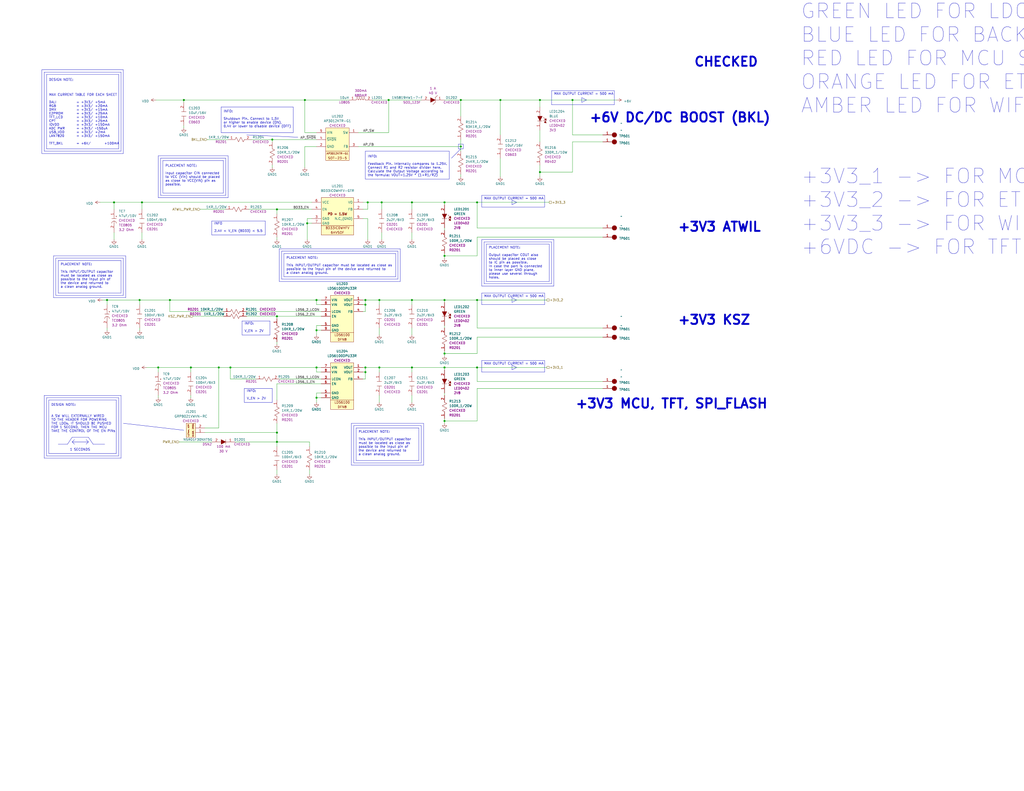
<source format=kicad_sch>
(kicad_sch (version 20230121) (generator eeschema)
  (paper "C")
  (title_block (title "SparkleSplashy") (date "2023-04-25") (rev "01") (company "Siavash Taher Parvar") (comment 1 "Siavash Taher Parvar") (comment 2 "Siavash Taher Parvar") (comment 3 "Siavash Taher Parvar") (comment 4 "_BOM_SpSp_V1.xlsx") (comment 5 "_ASM_SpSp_V1.html") (comment 6 "_GERBER_JLCPCB042023.zip") (comment 8 "No Variant") (comment 9 "N/A"))
  (junction (at 167.64 121.92))
  (junction (at 86.36 200.66))
  (junction (at 76.2 163.83))
  (junction (at 242.57 229.87))
  (junction (at 242.57 110.49))
  (junction (at 242.57 193.04))
  (junction (at 207.01 200.66))
  (junction (at 172.72 200.66))
  (junction (at 242.57 139.7))
  (junction (at 224.79 200.66))
  (junction (at 172.72 217.17))
  (junction (at 58.42 163.83))
  (junction (at 260.35 163.83))
  (junction (at 199.39 203.2))
  (junction (at 119.38 200.66))
  (junction (at 172.72 163.83))
  (junction (at 199.39 166.37))
  (junction (at 104.14 200.66))
  (junction (at 208.28 110.49))
  (junction (at 200.66 110.49))
  (junction (at 260.35 110.49))
  (junction (at 242.57 200.66))
  (junction (at 125.73 200.66))
  (junction (at 166.37 54.61))
  (junction (at 251.46 54.61))
  (junction (at 312.42 54.61))
  (junction (at 294.64 54.61))
  (junction (at 273.05 54.61))
  (junction (at 151.13 236.22))
  (junction (at 224.79 110.49))
  (junction (at 224.79 163.83))
  (junction (at 100.33 54.61))
  (junction (at 92.71 163.83))
  (junction (at 242.57 163.83))
  (junction (at 294.64 93.98))
  (junction (at 199.39 163.83))
  (junction (at 199.39 200.66))
  (junction (at 212.09 54.61))
  (junction (at 251.46 80.01))
  (junction (at 172.72 180.34))
  (junction (at 77.47 110.49))
  (junction (at 148.59 76.2))
  (junction (at 260.35 200.66))
  (junction (at 62.23 110.49))
  (junction (at 151.13 172.72))
  (junction (at 207.01 163.83))
  (junction (at 151.13 114.3))
  (junction (at 151.13 241.3))
  (polyline (pts (xy 252.73 81.28) (xy 250.19 81.28)))
  (wire (pts (xy 105.41 172.72) (xy 121.92 172.72)))
  (wire (pts (xy 195.58 72.39) (xy 212.09 72.39)))
  (wire (pts (xy 151.13 256.54) (xy 151.13 259.08)))
  (polyline (pts (xy 297.18 166.37) (xy 262.89 166.37)))
  (wire (pts (xy 224.79 200.66) (xy 224.79 203.2)))
  (polyline (pts (xy 64.77 81.28) (xy 25.4 81.28)))
  (polyline (pts (xy 160.02 72.39) (xy 120.65 72.39)))
  (polyline (pts (xy 335.28 57.15) (xy 300.99 57.15)))
  (polyline (pts (xy 262.89 160.02) (xy 262.89 166.37)))
  (wire (pts (xy 148.59 90.17) (xy 148.59 91.44)))
  (wire (pts (xy 251.46 96.52) (xy 251.46 95.25)))
  (wire (pts (xy 151.13 241.3) (xy 151.13 243.84)))
  (wire (pts (xy 134.62 170.18) (xy 175.26 170.18)))
  (polyline (pts (xy 160.02 58.42) (xy 160.02 72.39)))
  (polyline (pts (xy 64.77 217.17) (xy 64.77 248.92)))
  (wire (pts (xy 207.01 182.88) (xy 207.01 179.07)))
  (wire (pts (xy 224.79 110.49) (xy 242.57 110.49)))
  (wire (pts (xy 260.35 139.7) (xy 242.57 139.7)))
  (wire (pts (xy 151.13 209.55) (xy 175.26 209.55)))
  (wire (pts (xy 224.79 127) (xy 224.79 130.81)))
  (polyline (pts (xy 39.37 241.3) (xy 48.26 241.3)))
  (wire (pts (xy 166.37 72.39) (xy 172.72 72.39)))
  (wire (pts (xy 224.79 200.66) (xy 242.57 200.66)))
  (wire (pts (xy 54.61 110.49) (xy 62.23 110.49)))
  (polyline (pts (xy 152.4 135.89) (xy 218.44 135.89)))
  (wire (pts (xy 166.37 54.61) (xy 190.5 54.61)))
  (wire (pts (xy 168.91 243.84) (xy 168.91 241.3)))
  (wire (pts (xy 77.47 110.49) (xy 77.47 114.3)))
  (polyline (pts (xy 262.89 196.85) (xy 262.89 203.2)))
  (wire (pts (xy 198.12 110.49) (xy 200.66 110.49)))
  (wire (pts (xy 242.57 110.49) (xy 242.57 111.76)))
  (polyline (pts (xy 199.39 82.55) (xy 199.39 97.79)))
  (polyline (pts (xy 24.13 39.37) (xy 66.04 39.37)))
  (wire (pts (xy 199.39 200.66) (xy 198.12 200.66)))
  (wire (pts (xy 260.35 212.09) (xy 260.35 229.87)))
  (wire (pts (xy 128.27 241.3) (xy 151.13 241.3)))
  (polyline (pts (xy 191.77 231.14) (xy 191.77 254)))
  (polyline (pts (xy 68.58 139.7) (xy 68.58 162.56)))
  (wire (pts (xy 151.13 209.55) (xy 151.13 218.44)))
  (polyline (pts (xy 48.26 238.76) (xy 50.8 242.57)))
  (polyline (pts (xy 87.63 86.36) (xy 87.63 106.68)))
  (wire (pts (xy 242.57 177.8) (xy 242.57 179.07)))
  (wire (pts (xy 312.42 93.98) (xy 294.64 93.98)))
  (polyline (pts (xy 215.9 151.13) (xy 154.94 151.13)))
  (polyline (pts (xy 300.99 49.53) (xy 335.28 49.53)))
  (polyline (pts (xy 133.35 212.09) (xy 133.35 219.71)))
  (wire (pts (xy 172.72 200.66) (xy 175.26 200.66)))
  (polyline (pts (xy 67.31 83.82) (xy 22.86 83.82)))
  (polyline (pts (xy 299.72 133.35) (xy 299.72 153.67)))
  (wire (pts (xy 86.36 200.66) (xy 104.14 200.66)))
  (polyline (pts (xy 24.13 215.9) (xy 24.13 250.19)))
  (polyline (pts (xy 250.19 78.74) (xy 252.73 78.74)))
  (polyline (pts (xy 31.75 142.24) (xy 31.75 160.02)))
  (wire (pts (xy 172.72 80.01) (xy 166.37 80.01)))
  (wire (pts (xy 62.23 110.49) (xy 77.47 110.49)))
  (polyline (pts (xy 147.32 175.26) (xy 147.32 182.88)))
  (wire (pts (xy 152.4 207.01) (xy 175.26 207.01)))
  (polyline (pts (xy 152.4 135.89) (xy 152.4 153.67)))
  (polyline (pts (xy 279.4 201.93) (xy 281.94 200.66)))
  (polyline (pts (xy 87.63 86.36) (xy 123.19 86.36)))
  (wire (pts (xy 328.93 77.47) (xy 312.42 77.47)))
  (polyline (pts (xy 229.87 232.41) (xy 229.87 252.73)))
  (wire (pts (xy 207.01 163.83) (xy 199.39 163.83)))
  (wire (pts (xy 328.93 124.46) (xy 260.35 124.46)))
  (wire (pts (xy 148.59 76.2) (xy 172.72 76.2)))
  (wire (pts (xy 148.59 76.2) (xy 148.59 77.47)))
  (polyline (pts (xy 317.5 55.88) (xy 320.04 54.61)))
  (wire (pts (xy 328.93 179.07) (xy 260.35 179.07)))
  (wire (pts (xy 119.38 200.66) (xy 119.38 233.68)))
  (wire (pts (xy 121.92 170.18) (xy 92.71 170.18)))
  (wire (pts (xy 151.13 172.72) (xy 151.13 173.99)))
  (polyline (pts (xy 26.67 218.44) (xy 26.67 247.65)))
  (wire (pts (xy 198.12 166.37) (xy 199.39 166.37)))
  (wire (pts (xy 224.79 163.83) (xy 224.79 166.37)))
  (wire (pts (xy 251.46 76.2) (xy 251.46 80.01)))
  (polyline (pts (xy 123.19 106.68) (xy 87.63 106.68)))
  (polyline (pts (xy 86.36 107.95) (xy 124.46 107.95)))
  (polyline (pts (xy 279.4 199.39) (xy 281.94 200.66)))
  (polyline (pts (xy 246.38 86.36) (xy 251.46 81.28)))
  (wire (pts (xy 151.13 116.84) (xy 151.13 114.3)))
  (polyline (pts (xy 133.35 212.09) (xy 148.59 212.09)))
  (wire (pts (xy 294.64 54.61) (xy 294.64 58.42)))
  (wire (pts (xy 207.01 200.66) (xy 207.01 203.2)))
  (wire (pts (xy 260.35 129.54) (xy 260.35 139.7)))
  (wire (pts (xy 62.23 110.49) (xy 62.23 114.3)))
  (polyline (pts (xy 297.18 203.2) (xy 262.89 203.2)))
  (wire (pts (xy 113.03 76.2) (xy 124.46 76.2)))
  (wire (pts (xy 242.57 163.83) (xy 260.35 163.83)))
  (polyline (pts (xy 29.21 139.7) (xy 29.21 162.56)))
  (wire (pts (xy 119.38 200.66) (xy 125.73 200.66)))
  (wire (pts (xy 328.93 208.28) (xy 260.35 208.28)))
  (polyline (pts (xy 64.77 248.92) (xy 25.4 248.92)))
  (wire (pts (xy 100.33 69.85) (xy 100.33 68.58)))
  (wire (pts (xy 224.79 114.3) (xy 224.79 110.49)))
  (polyline (pts (xy 279.4 109.22) (xy 279.4 111.76)))
  (wire (pts (xy 76.2 163.83) (xy 92.71 163.83)))
  (wire (pts (xy 166.37 54.61) (xy 166.37 72.39)))
  (polyline (pts (xy 162.56 74.93) (xy 134.62 73.66)))
  (wire (pts (xy 76.2 180.34) (xy 76.2 179.07)))
  (wire (pts (xy 167.64 119.38) (xy 170.18 119.38)))
  (polyline (pts (xy 148.59 212.09) (xy 148.59 219.71)))
  (polyline (pts (xy 147.32 182.88) (xy 132.08 182.88)))
  (wire (pts (xy 139.7 207.01) (xy 125.73 207.01)))
  (wire (pts (xy 172.72 166.37) (xy 175.26 166.37)))
  (wire (pts (xy 58.42 163.83) (xy 76.2 163.83)))
  (wire (pts (xy 251.46 80.01) (xy 251.46 82.55)))
  (wire (pts (xy 151.13 114.3) (xy 170.18 114.3)))
  (wire (pts (xy 58.42 163.83) (xy 58.42 166.37)))
  (polyline (pts (xy 265.43 133.35) (xy 299.72 133.35)))
  (wire (pts (xy 260.35 193.04) (xy 242.57 193.04)))
  (wire (pts (xy 199.39 163.83) (xy 198.12 163.83)))
  (wire (pts (xy 198.12 207.01) (xy 199.39 207.01)))
  (wire (pts (xy 172.72 219.71) (xy 172.72 217.17)))
  (wire (pts (xy 134.62 172.72) (xy 151.13 172.72)))
  (polyline (pts (xy 29.21 139.7) (xy 68.58 139.7)))
  (wire (pts (xy 172.72 203.2) (xy 175.26 203.2)))
  (wire (pts (xy 172.72 180.34) (xy 175.26 180.34)))
  (wire (pts (xy 212.09 54.61) (xy 212.09 72.39)))
  (polyline (pts (xy 262.89 106.68) (xy 262.89 113.03)))
  (wire (pts (xy 92.71 170.18) (xy 92.71 163.83)))
  (wire (pts (xy 208.28 127) (xy 208.28 130.81)))
  (polyline (pts (xy 31.75 242.57) (xy 36.83 242.57)))
  (polyline (pts (xy 29.21 162.56) (xy 68.58 162.56)))
  (wire (pts (xy 224.79 182.88) (xy 224.79 179.07)))
  (polyline (pts (xy 46.99 240.03) (xy 48.26 241.3)))
  (polyline (pts (xy 228.6 251.46) (xy 194.31 251.46)))
  (wire (pts (xy 198.12 119.38) (xy 200.66 119.38)))
  (wire (pts (xy 224.79 219.71) (xy 224.79 215.9)))
  (polyline (pts (xy 86.36 85.09) (xy 124.46 85.09)))
  (polyline (pts (xy 217.17 137.16) (xy 217.17 152.4)))
  (polyline (pts (xy 300.99 154.94) (xy 264.16 154.94)))
  (polyline (pts (xy 121.92 105.41) (xy 88.9 105.41)))
  (wire (pts (xy 151.13 172.72) (xy 175.26 172.72)))
  (wire (pts (xy 76.2 166.37) (xy 76.2 163.83)))
  (wire (pts (xy 328.93 129.54) (xy 260.35 129.54)))
  (polyline (pts (xy 31.75 142.24) (xy 66.04 142.24)))
  (polyline (pts (xy 22.86 38.1) (xy 22.86 83.82)))
  (polyline (pts (xy 262.89 130.81) (xy 262.89 156.21)))
  (wire (pts (xy 175.26 177.8) (xy 172.72 177.8)))
  (wire (pts (xy 242.57 229.87) (xy 242.57 228.6)))
  (polyline (pts (xy 317.5 53.34) (xy 320.04 54.61)))
  (polyline (pts (xy 154.94 138.43) (xy 154.94 151.13)))
  (wire (pts (xy 199.39 170.18) (xy 199.39 166.37)))
  (wire (pts (xy 125.73 207.01) (xy 125.73 200.66)))
  (wire (pts (xy 55.88 163.83) (xy 58.42 163.83)))
  (wire (pts (xy 151.13 187.96) (xy 151.13 186.69)))
  (polyline (pts (xy 279.4 162.56) (xy 279.4 165.1)))
  (wire (pts (xy 97.79 241.3) (xy 115.57 241.3)))
  (polyline (pts (xy 67.31 161.29) (xy 30.48 161.29)))
  (wire (pts (xy 242.57 139.7) (xy 242.57 138.43)))
  (polyline (pts (xy 199.39 82.55) (xy 245.11 82.55)))
  (wire (pts (xy 208.28 110.49) (xy 208.28 114.3)))
  (wire (pts (xy 251.46 54.61) (xy 251.46 63.5)))
  (polyline (pts (xy 132.08 175.26) (xy 147.32 175.26)))
  (wire (pts (xy 119.38 233.68) (xy 111.76 233.68)))
  (wire (pts (xy 77.47 127) (xy 77.47 130.81)))
  (polyline (pts (xy 120.65 58.42) (xy 120.65 72.39)))
  (wire (pts (xy 62.23 127) (xy 62.23 130.81)))
  (polyline (pts (xy 25.4 217.17) (xy 25.4 248.92)))
  (wire (pts (xy 199.39 207.01) (xy 199.39 203.2)))
  (polyline (pts (xy 66.04 160.02) (xy 31.75 160.02)))
  (polyline (pts (xy 317.5 53.34) (xy 317.5 55.88)))
  (wire (pts (xy 242.57 163.83) (xy 242.57 165.1)))
  (polyline (pts (xy 24.13 39.37) (xy 24.13 82.55)))
  (wire (pts (xy 109.22 114.3) (xy 123.19 114.3)))
  (polyline (pts (xy 262.89 156.21) (xy 302.26 156.21)))
  (wire (pts (xy 175.26 214.63) (xy 172.72 214.63)))
  (polyline (pts (xy 30.48 140.97) (xy 67.31 140.97)))
  (wire (pts (xy 203.2 54.61) (xy 212.09 54.61)))
  (polyline (pts (xy 25.4 40.64) (xy 64.77 40.64)))
  (polyline (pts (xy 66.04 39.37) (xy 66.04 82.55)))
  (wire (pts (xy 172.72 163.83) (xy 172.72 166.37)))
  (polyline (pts (xy 245.11 97.79) (xy 199.39 97.79)))
  (polyline (pts (xy 218.44 135.89) (xy 218.44 153.67)))
  (wire (pts (xy 294.64 71.12) (xy 294.64 77.47)))
  (polyline (pts (xy 262.89 160.02) (xy 297.18 160.02)))
  (wire (pts (xy 260.35 229.87) (xy 242.57 229.87)))
  (polyline (pts (xy 154.94 138.43) (xy 215.9 138.43)))
  (polyline (pts (xy 279.4 111.76) (xy 281.94 110.49)))
  (wire (pts (xy 58.42 180.34) (xy 58.42 179.07)))
  (polyline (pts (xy 300.99 132.08) (xy 300.99 154.94)))
  (wire (pts (xy 242.57 214.63) (xy 242.57 215.9)))
  (wire (pts (xy 172.72 177.8) (xy 172.72 180.34)))
  (wire (pts (xy 294.64 93.98) (xy 294.64 90.17)))
  (polyline (pts (xy 144.78 120.65) (xy 144.78 128.27)))
  (polyline (pts (xy 302.26 130.81) (xy 302.26 156.21)))
  (polyline (pts (xy 40.64 240.03) (xy 39.37 241.3)))
  (wire (pts (xy 198.12 114.3) (xy 200.66 114.3)))
  (polyline (pts (xy 123.19 86.36) (xy 123.19 106.68)))
  (wire (pts (xy 273.05 73.66) (xy 273.05 54.61)))
  (polyline (pts (xy 30.48 140.97) (xy 30.48 161.29)))
  (polyline (pts (xy 191.77 254) (xy 231.14 254)))
  (polyline (pts (xy 115.57 120.65) (xy 144.78 120.65)))
  (polyline (pts (xy 39.37 238.76) (xy 48.26 238.76)))
  (polyline (pts (xy 229.87 252.73) (xy 193.04 252.73)))
  (polyline (pts (xy 194.31 233.68) (xy 194.31 251.46)))
  (wire (pts (xy 260.35 110.49) (xy 299.72 110.49)))
  (polyline (pts (xy 262.89 130.81) (xy 302.26 130.81)))
  (polyline (pts (xy 66.04 142.24) (xy 66.04 160.02)))
  (polyline (pts (xy 26.67 218.44) (xy 63.5 218.44)))
  (wire (pts (xy 207.01 200.66) (xy 224.79 200.66)))
  (polyline (pts (xy 66.04 82.55) (xy 24.13 82.55)))
  (wire (pts (xy 199.39 203.2) (xy 199.39 200.66)))
  (polyline (pts (xy 22.86 38.1) (xy 67.31 38.1)))
  (wire (pts (xy 135.89 114.3) (xy 151.13 114.3)))
  (polyline (pts (xy 250.19 78.74) (xy 250.19 81.28)))
  (polyline (pts (xy 152.4 153.67) (xy 218.44 153.67)))
  (polyline (pts (xy 115.57 120.65) (xy 115.57 128.27)))
  (wire (pts (xy 260.35 200.66) (xy 298.45 200.66)))
  (polyline (pts (xy 262.89 196.85) (xy 297.18 196.85)))
  (wire (pts (xy 198.12 203.2) (xy 199.39 203.2)))
  (polyline (pts (xy 67.31 38.1) (xy 67.31 83.82)))
  (polyline (pts (xy 50.8 242.57) (xy 57.15 242.57)))
  (polyline (pts (xy 88.9 87.63) (xy 88.9 105.41)))
  (wire (pts (xy 207.01 163.83) (xy 224.79 163.83)))
  (polyline (pts (xy 40.64 242.57) (xy 39.37 241.3)))
  (polyline (pts (xy 86.36 85.09) (xy 86.36 107.95)))
  (wire (pts (xy 104.14 217.17) (xy 104.14 215.9)))
  (wire (pts (xy 167.64 121.92) (xy 170.18 121.92)))
  (wire (pts (xy 242.57 200.66) (xy 242.57 201.93)))
  (wire (pts (xy 172.72 217.17) (xy 175.26 217.17)))
  (polyline (pts (xy 153.67 137.16) (xy 153.67 152.4)))
  (wire (pts (xy 294.64 96.52) (xy 294.64 93.98)))
  (polyline (pts (xy 25.4 217.17) (xy 64.77 217.17)))
  (wire (pts (xy 224.79 163.83) (xy 242.57 163.83)))
  (wire (pts (xy 111.76 236.22) (xy 151.13 236.22)))
  (polyline (pts (xy 262.89 106.68) (xy 297.18 106.68)))
  (wire (pts (xy 195.58 80.01) (xy 251.46 80.01)))
  (polyline (pts (xy 264.16 132.08) (xy 300.99 132.08)))
  (polyline (pts (xy 36.83 242.57) (xy 39.37 238.76)))
  (wire (pts (xy 312.42 77.47) (xy 312.42 93.98)))
  (polyline (pts (xy 191.77 231.14) (xy 231.14 231.14)))
  (wire (pts (xy 151.13 130.81) (xy 151.13 129.54)))
  (wire (pts (xy 166.37 80.01) (xy 166.37 91.44)))
  (polyline (pts (xy 297.18 196.85) (xy 297.18 203.2)))
  (wire (pts (xy 77.47 110.49) (xy 170.18 110.49)))
  (wire (pts (xy 328.93 212.09) (xy 260.35 212.09)))
  (wire (pts (xy 260.35 163.83) (xy 298.45 163.83)))
  (wire (pts (xy 167.64 119.38) (xy 167.64 121.92)))
  (wire (pts (xy 100.33 54.61) (xy 100.33 55.88)))
  (polyline (pts (xy 252.73 78.74) (xy 252.73 81.28)))
  (polyline (pts (xy 299.72 153.67) (xy 265.43 153.67)))
  (wire (pts (xy 172.72 214.63) (xy 172.72 217.17)))
  (polyline (pts (xy 148.59 219.71) (xy 133.35 219.71)))
  (wire (pts (xy 80.01 200.66) (xy 86.36 200.66)))
  (wire (pts (xy 172.72 200.66) (xy 172.72 203.2)))
  (polyline (pts (xy 215.9 138.43) (xy 215.9 151.13)))
  (wire (pts (xy 100.33 54.61) (xy 166.37 54.61)))
  (polyline (pts (xy 25.4 40.64) (xy 25.4 81.28)))
  (polyline (pts (xy 67.31 231.14) (xy 100.33 234.95)))
  (wire (pts (xy 242.57 54.61) (xy 251.46 54.61)))
  (wire (pts (xy 273.05 96.52) (xy 273.05 86.36)))
  (polyline (pts (xy 46.99 242.57) (xy 48.26 241.3)))
  (polyline (pts (xy 297.18 160.02) (xy 297.18 166.37)))
  (polyline (pts (xy 121.92 87.63) (xy 121.92 105.41)))
  (wire (pts (xy 312.42 54.61) (xy 336.55 54.61)))
  (polyline (pts (xy 300.99 49.53) (xy 300.99 57.15)))
  (wire (pts (xy 200.66 114.3) (xy 200.66 110.49)))
  (polyline (pts (xy 88.9 87.63) (xy 121.92 87.63)))
  (wire (pts (xy 172.72 163.83) (xy 175.26 163.83)))
  (polyline (pts (xy 245.11 82.55) (xy 245.11 97.79)))
  (wire (pts (xy 273.05 54.61) (xy 251.46 54.61)))
  (polyline (pts (xy 335.28 49.53) (xy 335.28 57.15)))
  (polyline (pts (xy 24.13 250.19) (xy 66.04 250.19)))
  (polyline (pts (xy 63.5 247.65) (xy 26.67 247.65)))
  (polyline (pts (xy 193.04 232.41) (xy 229.87 232.41)))
  (wire (pts (xy 151.13 231.14) (xy 151.13 236.22)))
  (wire (pts (xy 200.66 119.38) (xy 200.66 130.81)))
  (wire (pts (xy 224.79 110.49) (xy 208.28 110.49)))
  (polyline (pts (xy 193.04 232.41) (xy 193.04 252.73)))
  (wire (pts (xy 198.12 170.18) (xy 199.39 170.18)))
  (wire (pts (xy 137.16 76.2) (xy 148.59 76.2)))
  (wire (pts (xy 242.57 110.49) (xy 260.35 110.49)))
  (wire (pts (xy 86.36 200.66) (xy 86.36 203.2)))
  (wire (pts (xy 85.09 54.61) (xy 100.33 54.61)))
  (polyline (pts (xy 120.65 58.42) (xy 160.02 58.42)))
  (wire (pts (xy 199.39 166.37) (xy 199.39 163.83)))
  (polyline (pts (xy 132.08 175.26) (xy 132.08 182.88)))
  (wire (pts (xy 260.35 124.46) (xy 260.35 110.49)))
  (wire (pts (xy 312.42 73.66) (xy 312.42 54.61)))
  (wire (pts (xy 328.93 73.66) (xy 312.42 73.66)))
  (polyline (pts (xy 279.4 162.56) (xy 281.94 163.83)))
  (wire (pts (xy 212.09 54.61) (xy 229.87 54.61)))
  (polyline (pts (xy 217.17 152.4) (xy 153.67 152.4)))
  (wire (pts (xy 125.73 200.66) (xy 172.72 200.66)))
  (wire (pts (xy 151.13 241.3) (xy 168.91 241.3)))
  (polyline (pts (xy 279.4 165.1) (xy 281.94 163.83)))
  (polyline (pts (xy 228.6 233.68) (xy 228.6 251.46)))
  (polyline (pts (xy 279.4 109.22) (xy 281.94 110.49)))
  (wire (pts (xy 172.72 182.88) (xy 172.72 180.34)))
  (polyline (pts (xy 265.43 133.35) (xy 265.43 153.67)))
  (wire (pts (xy 168.91 259.08) (xy 168.91 256.54)))
  (wire (pts (xy 242.57 231.14) (xy 242.57 229.87)))
  (wire (pts (xy 294.64 54.61) (xy 312.42 54.61)))
  (polyline (pts (xy 67.31 140.97) (xy 67.31 161.29)))
  (polyline (pts (xy 24.13 215.9) (xy 66.04 215.9)))
  (polyline (pts (xy 194.31 233.68) (xy 228.6 233.68)))
  (wire (pts (xy 273.05 54.61) (xy 294.64 54.61)))
  (polyline (pts (xy 66.04 215.9) (xy 66.04 250.19)))
  (polyline (pts (xy 297.18 113.03) (xy 262.89 113.03)))
  (polyline (pts (xy 231.14 231.14) (xy 231.14 254)))
  (polyline (pts (xy 264.16 132.08) (xy 264.16 154.94)))
  (wire (pts (xy 167.64 121.92) (xy 167.64 130.81)))
  (wire (pts (xy 260.35 179.07) (xy 260.35 163.83)))
  (wire (pts (xy 207.01 200.66) (xy 199.39 200.66)))
  (polyline (pts (xy 124.46 85.09) (xy 124.46 107.95)))
  (wire (pts (xy 260.35 208.28) (xy 260.35 200.66)))
  (polyline (pts (xy 144.78 128.27) (xy 115.57 128.27)))
  (wire (pts (xy 151.13 241.3) (xy 151.13 236.22)))
  (wire (pts (xy 242.57 124.46) (xy 242.57 125.73)))
  (polyline (pts (xy 153.67 137.16) (xy 217.17 137.16)))
  (polyline (pts (xy 297.18 106.68) (xy 297.18 113.03)))
  (wire (pts (xy 242.57 140.97) (xy 242.57 139.7)))
  (wire (pts (xy 92.71 163.83) (xy 172.72 163.83)))
  (polyline (pts (xy 63.5 218.44) (xy 63.5 247.65)))
  (wire (pts (xy 242.57 193.04) (xy 242.57 191.77)))
  (polyline (pts (xy 64.77 40.64) (xy 64.77 81.28)))
  (wire (pts (xy 260.35 184.15) (xy 260.35 193.04)))
  (wire (pts (xy 86.36 217.17) (xy 86.36 215.9)))
  (wire (pts (xy 208.28 110.49) (xy 200.66 110.49)))
  (wire (pts (xy 242.57 200.66) (xy 260.35 200.66)))
  (polyline (pts (xy 279.4 199.39) (xy 279.4 201.93)))
  (wire (pts (xy 242.57 194.31) (xy 242.57 193.04)))
  (wire (pts (xy 104.14 200.66) (xy 119.38 200.66)))
  (wire (pts (xy 207.01 163.83) (xy 207.01 166.37)))
  (wire (pts (xy 207.01 219.71) (xy 207.01 215.9)))
  (wire (pts (xy 328.93 184.15) (xy 260.35 184.15)))
  (wire (pts (xy 104.14 203.2) (xy 104.14 200.66)))
  (text "+3V3 MCU, TFT, SPI_FLASH" (at 313.69 223.52 0) (effects (font (size 5.08 5.08) (thickness 1.016) bold) (justify left bottom)))
  (text "PLACEMENT NOTE:\n\nThis INPUT/OUTPUT capacitor \nmust be located as close as\npossible to the input pin of \nthe device and returned to \na clean analog ground." (at 33.02 157.48 0) (effects (font (size 1.27 1.27)) (justify left bottom)))
  (text "MAX OUTPUT CURRENT = 500 mA" (at 264.16 162.56 0) (effects (font (size 1.27 1.27)) (justify left bottom)))
  (text "MAX OUTPUT CURRENT = 500 mA" (at 264.16 199.39 0) (effects (font (size 1.27 1.27)) (justify left bottom)))
  (text "INFO:\n\nV_EN > 2V" (at 134.62 218.44 0) (effects (font (size 1.27 1.27)) (justify left bottom)))
  (text "MAX OUTPUT CURRENT = 500 mA" (at 302.26 52.07 0) (effects (font (size 1.27 1.27)) (justify left bottom)))
  (text "DESIGN NOTE:" (at 26.67 44.45 0) (effects (font (size 1.27 1.27)) (justify left bottom)))
  (text "GREEN LED FOR LDOs\nBLUE LED FOR BACKLIGHT DC/DC CONVERTER\nRED LED FOR MCU STATUS\nORANGE LED FOR ETHERNET ENABLE\nAMBER LED FOR WIFI ENABLE\n\n\n+3V3_1 -> FOR MCU + TFTLCD + TOUCH\n+3V3_2 -> FOR ETHERNET CONTROLLER\n+3V3_3 -> FOR WIFI TX/RX\n+6VDC -> FOR TFT LCD BACKLIGHT" (at 436.88 139.7 0) (effects (font (size 8 8)) (justify left bottom)))
  (text "+3V3 KSZ" (at 369.57 177.8 0) (effects (font (size 5.08 5.08) (thickness 1.016) bold) (justify left bottom)))
  (text "1 SECONDS" (at 38.1 246.38 0) (effects (font (size 1.27 1.27)) (justify left bottom)))
  (text "CHECKED" (at 378.46 36.83 0) (effects (font (size 5 5) bold) (justify left bottom)))
  (text "+6V DC/DC BOOST (BKL)" (at 321.31 67.31 0) (effects (font (size 5.08 5.08) (thickness 1.016) bold) (justify left bottom)))
  (text "INFO:\n\nShutdown Pin. Connect to 1.5V \nor higher to enable device (ON), \n0.4V or lower to disable device (OFF)" (at 121.92 69.85 0) (effects (font (size 1.27 1.27)) (justify left bottom)))
  (text "PLACEMENT NOTE:\n\nInput capacitor CIN connected\nto VCC (Vin) should be placed \nas close to VCC(VIN) pin as \npossible.\n" (at 90.17 101.6 0) (effects (font (size 1.27 1.27)) (justify left bottom)))
  (text "INFO:\n\nFeedback Pin. Internally compares to 1.25V. \nConnect R1 and R2 resistor divider here. \nCalculate the Output Voltage according to \nthe formula: VOUT=1.25V * (1+R1/R2)" (at 200.66 96.52 0) (effects (font (size 1.27 1.27)) (justify left bottom)))
  (text "PLACEMENT NOTE:\n\nOutput capacitor COUT also\nshould be placed as close\nto IC pin as possible.\nIn case the part is connected \nto inner layer GND plane, \nplease use several through \nholes." (at 266.7 152.4 0) (effects (font (size 1.27 1.27)) (justify left bottom)))
  (text "DESIGN NOTE:\n\n\nA SW WILL EXTERNALLY WIRED\nTO THE HEADER FOR POWERING \nTHE LDOs. IT SHOULD BE PUSHED\nFOR 1 SECOND, THEN THE MCU\nTAKE THE CONTROL OF THE EN PINs" (at 27.94 236.22 0) (effects (font (size 1.27 1.27)) (justify left bottom)))
  (text "INFO\n\n2.4V < V_EN (BD33) < 5.5" (at 116.84 127 0) (effects (font (size 1.27 1.27)) (justify left bottom)))
  (text "MAX CURRENT TABLE FOR EACH SHEET\n\nDALI 		= +3V3/	+5mA\nRGB 		= +3V3/	+20mA\nDMX			= +3V3/	+15mA\nE2PROM		= +3V3/	+25mA\nTFT_LCD		= +3V3/	+10mA\nCPT			= +3V3/	+25mA\nIOVDD		= +3V3/	+150mA\nADC PWR 	= +3V3/	~150uA\nUSB_VDD 	= +3V3/	+2mA\nLAN7820 	= +3V3/	+150mA\n\nTFT_BKL		= +6V/ 		+100mA\n\n" (at 26.67 81.28 0) (effects (font (size 1.27 1.27)) (justify left bottom)))
  (text "PLACEMENT NOTE:\n\nThis INPUT/OUTPUT capacitor must be located as close as\npossible to the input pin of the device and returned to \na clean analog ground." (at 156.21 149.86 0) (effects (font (size 1.27 1.27)) (justify left bottom)))
  (text "MAX OUTPUT CURRENT = 500 mA" (at 264.16 109.22 0) (effects (font (size 1.27 1.27)) (justify left bottom)))
  (text "PLACEMENT NOTE:\n\nThis INPUT/OUTPUT capacitor \nmust be located as close as\npossible to the input pin of \nthe device and returned to \na clean analog ground." (at 195.58 248.92 0) (effects (font (size 1.27 1.27)) (justify left bottom)))
  (text "INFO:\n\nV_EN > 2V" (at 133.35 181.61 0) (effects (font (size 1.27 1.27)) (justify left bottom)))
  (text "+3V3 ATWIL" (at 369.57 127 0) (effects (font (size 5.08 5.08) (thickness 1.016) bold) (justify left bottom)))
  (label "LD56_2_EN" (at 161.29 172.72 0))
  (label "AP_FB" (at 198.12 80.01 0))
  (label "LD56_1_EN" (at 161.29 209.55 0))
  (label "AP_~{SHDN}" (at 163.83 76.2 0))
  (label "BD33_EN" (at 160.02 114.3 0))
  (label "AP_SW" (at 198.12 72.39 0))
  (label "LD56_1_LCON" (at 161.29 207.01 0))
  (label "LD56_2_LCON" (at 161.29 170.18 0))
  (hierarchical_label "BKL_EN" (shape input) (at 113.03 76.2 180))
  (hierarchical_label "+3V3_1" (shape passive) (at 298.45 200.66 0))
  (hierarchical_label "PWR_EN" (shape input) (at 97.79 241.3 180))
  (hierarchical_label "ATWIL_PWR_EN" (shape input) (at 109.22 114.3 180))
  (hierarchical_label "+3V3_2" (shape passive) (at 298.45 163.83 0))
  (hierarchical_label "+3V3_3" (shape passive) (at 299.72 110.49 0))
  (hierarchical_label "KSZ_PWR_EN" (shape input) (at 105.41 172.72 180))
  (symbol (lib_id "_SCHLIB_SparkleSplashy:PMIC_LD56100DPU33R") (at 180.34 161.29 0) (unit 1)
    (property "Reference" "U1203" (at 186.69 154.94 0))
    (property "Value" "LD56100DPU33R" (at 186.69 157.48 0))
    (property "Footprint" "_PCBLIB_SparkleSplashy:8-DFN" (effects hide))
    (property "Datasheet" "https://www.st.com/resource/en/datasheet/ld56100.pdf" (effects hide))
    (property "Description" "IC REG LINEAR 3.3V 1A 8DFN" (effects hide))
    (property "Part Number" "LD56100DPU33R" (effects hide))
    (property "Link" "https://www.digikey.ca/en/products/detail/stmicroelectronics/LD56100DPU33R/9485512" (effects hide))
    (property "SCH CHECK" "CHECKED" (at 186.69 160.02 0))
  )
  (symbol (lib_id "power:VDD") (at 54.61 110.49 90) (unit 1)
    (property "Reference" "#PWR01201" (effects hide))
    (property "Value" "VDD" (at 50.8 111.125 90) (effects (justify left)))
  )
  (symbol (lib_id "_SCHLIB_SparkleSplashy:CONN_CTP_40MIL") (at 328.93 212.09 0) (unit 1) (in_bom no)
    (property "Reference" "TP601" (at 337.82 212.725 0) (effects (justify left)))
    (property "Value" "~" (at 339.09 205.74 0))
    (property "Footprint" "TestPoint:TestPoint_Pad_D1.0mm" (effects hide))
    (instances (project "_HW_SparkleSplashy" (path "" (reference "TP601") (unit 1)) (path "" (reference "TP1208") (unit 1))))
  )
  (symbol (lib_id "_SCHLIB_SparkleSplashy:CAP_2u2F/6V3") (at 224.79 166.37 270) (unit 1)
    (property "Reference" "C1210" (at 227.33 169.545 90) (effects (justify left)))
    (property "Value" "2u2F/6V3" (at 227.33 172.085 90) (effects (justify left)))
    (property "Footprint" "Capacitor_SMD:C_0201_0603Metric" (effects hide))
    (property "Datasheet" "https://ele.kyocera.com/assets/products/capacitor/CM_Series_e.pdf" (effects hide))
    (property "Description" "2.2 µF ±20% 6.3V Ceramic Capacitor X5R 0201 (0603 Metric)" (effects hide))
    (property "Part Number" "CM03X5R225M06AH" (effects hide))
    (property "Link" "https://www.digikey.ca/en/products/detail/kyocera-avx/CM03X5R225M06AH/10815044" (effects hide))
    (property "SCH CHECK" "CHECKED" (at 227.33 174.625 90) (effects (justify left)))
    (property "Package" "C0201" (at 227.33 177.165 90) (effects (justify left)))
  )
  (symbol (lib_id "power:GND1") (at 242.57 194.31 0) (unit 1)
    (property "Reference" "#PWR01229" (effects hide))
    (property "Value" "GND1" (at 242.57 198.12 0))
  )
  (symbol (lib_id "_SCHLIB_SparkleSplashy:DIODE_1N5819HW1-7-F") (at 229.87 54.61 0) (unit 1)
    (property "Reference" "D1202" (at 246.38 53.34 0))
    (property "Value" "1N5819HW1-7-F" (at 222.25 53.34 0))
    (property "Footprint" "Diode_SMD:D_SOD-123F" (effects hide))
    (property "Datasheet" "https://www.diodes.com/assets/Datasheets/1N5819HW1.pdf" (effects hide))
    (property "Description" "Diode 40 V 1A Surface Mount SOD-123F" (effects hide))
    (property "Part Number" "1N5819HW1-7-F" (effects hide))
    (property "Link" "https://www.digikey.ca/en/products/detail/diodes-incorporated/1N5819HW1-7-F/5768523?s=N4IgjCBcpgbFoDGUBmBDANgZwKYBoQB7KAbRABYAGcgDgGYAmEAXQIAcAXKEAZQ4CcAlgDsA5iAC%2BBWAE4EIZJHTZ8RUhUoy6Wluy6ReAkeKkgAtE2gKoAgK6rikMgFYWE05bJgAcs5pg5ZgkgA" (effects hide))
    (property "SCH CHECK" "CHECKED" (at 246.38 55.88 0))
    (property "Voltage Rated" "40 V" (at 236.22 50.8 0))
    (property "Current Rating" "1 A" (at 236.22 48.26 0))
    (property "Package" "SOD_123F" (at 224.79 55.88 0))
  )
  (symbol (lib_id "_SCHLIB_SparkleSplashy:CONN_CTP_40MIL") (at 328.93 179.07 0) (unit 1) (in_bom no)
    (property "Reference" "TP601" (at 337.82 179.705 0) (effects (justify left)))
    (property "Value" "~" (at 339.09 172.72 0))
    (property "Footprint" "TestPoint:TestPoint_Pad_D1.0mm" (effects hide))
    (instances (project "_HW_SparkleSplashy" (path "" (reference "TP601") (unit 1)) (path "" (reference "TP1205") (unit 1))))
  )
  (symbol (lib_id "power:GND1") (at 168.91 259.08 0) (unit 1)
    (property "Reference" "#PWR01218" (effects hide))
    (property "Value" "GND1" (at 168.91 262.89 0))
  )
  (symbol (lib_id "power:GND1") (at 208.28 130.81 0) (unit 1)
    (property "Reference" "#PWR01224" (effects hide))
    (property "Value" "GND1" (at 208.28 134.62 0))
  )
  (symbol (lib_id "_SCHLIB_SparkleSplashy:PMIC_AP3012KTR-G1") (at 177.8 69.85 0) (unit 1)
    (property "Reference" "U1202" (at 184.15 63.5 0))
    (property "Value" "AP3012KTR-G1" (at 184.15 66.04 0))
    (property "Footprint" "Package_TO_SOT_SMD:SOT-23-5" (effects hide))
    (property "Datasheet" "https://www.diodes.com/assets/Datasheets/AP3012.pdf" (effects hide))
    (property "Description" "Boost Switching Regulator IC Positive Adjustable 1.25V 1 Output 500mA (Switch) SC-74A, SOT-753" (effects hide))
    (property "Part Number" "AP3012KTR-G1" (effects hide))
    (property "Link" "https://www.digikey.ca/en/products/detail/diodes-incorporated/AP3012KTR-G1/4470846" (effects hide))
    (property "SCH CHECK" "CHECKED" (at 184.15 68.58 0))
  )
  (symbol (lib_id "_SCHLIB_SparkleSplashy:RES_10KR_1/20W") (at 148.59 77.47 270) (unit 1)
    (property "Reference" "R1206" (at 151.13 80.645 90) (effects (justify left)))
    (property "Value" "10KR_1/20W" (at 151.13 83.185 90) (effects (justify left)))
    (property "Footprint" "Resistor_SMD:R_0201_0603Metric" (effects hide))
    (property "Datasheet" "https://www.seielect.com/Catalog/SEI-RMCF_RMCP.pdf" (effects hide))
    (property "Description" "10 kOhms ±1% 0.05W, 1/20W Chip Resistor 0201 (0603 Metric) Thick Film" (effects hide))
    (property "Part Number" "RMCF0201FT10K0" (effects hide))
    (property "Link" "https://www.digikey.ca/en/products/detail/stackpole-electronics-inc/RMCF0201FT10K0/1714990" (effects hide))
    (property "SCH CHECK" "CHECKED" (at 151.13 85.725 90) (effects (justify left)))
    (property "Package" "R0201" (at 151.13 88.265 90) (effects (justify left)))
  )
  (symbol (lib_id "_SCHLIB_SparkleSplashy:RES_10KR_1/20W") (at 151.13 173.99 270) (unit 1)
    (property "Reference" "R1208" (at 153.67 177.165 90) (effects (justify left)))
    (property "Value" "10KR_1/20W" (at 153.67 179.705 90) (effects (justify left)))
    (property "Footprint" "Resistor_SMD:R_0201_0603Metric" (effects hide))
    (property "Datasheet" "https://www.seielect.com/Catalog/SEI-RMCF_RMCP.pdf" (effects hide))
    (property "Description" "10 kOhms ±1% 0.05W, 1/20W Chip Resistor 0201 (0603 Metric) Thick Film" (effects hide))
    (property "Part Number" "RMCF0201FT10K0" (effects hide))
    (property "Link" "https://www.digikey.ca/en/products/detail/stackpole-electronics-inc/RMCF0201FT10K0/1714990" (effects hide))
    (property "SCH CHECK" "CHECKED" (at 153.67 182.245 90) (effects (justify left)))
    (property "Package" "R0201" (at 153.67 184.785 90) (effects (justify left)))
  )
  (symbol (lib_id "power:GND1") (at 148.59 91.44 0) (unit 1)
    (property "Reference" "#PWR01212" (effects hide))
    (property "Value" "GND1" (at 148.59 95.25 0))
  )
  (symbol (lib_id "_SCHLIB_SparkleSplashy:LED_GREEN_0402") (at 242.57 165.1 270) (unit 1)
    (property "Reference" "LED1202" (at 247.65 167.5765 90) (effects (justify left)))
    (property "Value" "GREEN" (at 247.65 170.1165 90) (effects (justify left)))
    (property "Footprint" "LED_SMD:LED_0402_1005Metric" (effects hide))
    (property "Datasheet" "https://media.digikey.com/pdf/Data%20Sheets/Harvatek%20PDFs/B2841NG--05D000514U1930.pdf" (effects hide))
    (property "Description" "Green 529nm LED Indication - Discrete 2.8V 0402 (1005 Metric)" (effects hide))
    (property "Part Number" "B2841NG--05D000514U1930" (effects hide))
    (property "Link" "https://www.digikey.ca/en/products/detail/harvatek-corporation/B2841NG-05D000514U1930/16729536" (effects hide))
    (property "SCH CHECK" "CHECKED" (at 247.65 172.6565 90) (effects (justify left)))
    (property "Package" "LED0402" (at 247.65 175.1965 90) (effects (justify left)))
    (property "VOLTAGE RATED" "2V8" (at 247.65 177.7365 90) (effects (justify left)))
  )
  (symbol (lib_id "_SCHLIB_SparkleSplashy:CONN_CTP_40MIL") (at 328.93 77.47 0) (unit 1) (in_bom no)
    (property "Reference" "TP601" (at 337.82 78.105 0) (effects (justify left)))
    (property "Value" "~" (at 339.09 71.12 0))
    (property "Footprint" "TestPoint:TestPoint_Pad_D1.0mm" (effects hide))
    (instances (project "_HW_SparkleSplashy" (path "" (reference "TP601") (unit 1)) (path "" (reference "TP1202") (unit 1))))
  )
  (symbol (lib_id "_SCHLIB_SparkleSplashy:RES_10KR_1/20W") (at 168.91 243.84 270) (unit 1)
    (property "Reference" "R1210" (at 171.45 247.015 90) (effects (justify left)))
    (property "Value" "10KR_1/20W" (at 171.45 249.555 90) (effects (justify left)))
    (property "Footprint" "Resistor_SMD:R_0201_0603Metric" (effects hide))
    (property "Datasheet" "https://www.seielect.com/Catalog/SEI-RMCF_RMCP.pdf" (effects hide))
    (property "Description" "10 kOhms ±1% 0.05W, 1/20W Chip Resistor 0201 (0603 Metric) Thick Film" (effects hide))
    (property "Part Number" "RMCF0201FT10K0" (effects hide))
    (property "Link" "https://www.digikey.ca/en/products/detail/stackpole-electronics-inc/RMCF0201FT10K0/1714990" (effects hide))
    (property "SCH CHECK" "CHECKED" (at 171.45 252.095 90) (effects (justify left)))
    (property "Package" "R0201" (at 171.45 254.635 90) (effects (justify left)))
  )
  (symbol (lib_id "_SCHLIB_SparkleSplashy:LED_GREEN_0402") (at 242.57 111.76 270) (unit 1)
    (property "Reference" "LED1201" (at 247.65 114.2365 90) (effects (justify left)))
    (property "Value" "GREEN" (at 247.65 116.7765 90) (effects (justify left)))
    (property "Footprint" "LED_SMD:LED_0402_1005Metric" (effects hide))
    (property "Datasheet" "https://media.digikey.com/pdf/Data%20Sheets/Harvatek%20PDFs/B2841NG--05D000514U1930.pdf" (effects hide))
    (property "Description" "Green 529nm LED Indication - Discrete 2.8V 0402 (1005 Metric)" (effects hide))
    (property "Part Number" "B2841NG--05D000514U1930" (effects hide))
    (property "Link" "https://www.digikey.ca/en/products/detail/harvatek-corporation/B2841NG-05D000514U1930/16729536" (effects hide))
    (property "SCH CHECK" "CHECKED" (at 247.65 119.3165 90) (effects (justify left)))
    (property "Package" "LED0402" (at 247.65 121.8565 90) (effects (justify left)))
    (property "VOLTAGE RATED" "2V8" (at 247.65 124.3965 90) (effects (justify left)))
  )
  (symbol (lib_id "_SCHLIB_SparkleSplashy:RES_1KR_1/20W") (at 123.19 114.3 0) (unit 1)
    (property "Reference" "R1203" (at 139.7 113.03 0))
    (property "Value" "1KR_1/20W" (at 118.11 113.03 0))
    (property "Footprint" "Resistor_SMD:R_0201_0603Metric" (effects hide))
    (property "Datasheet" "https://www.seielect.com/Catalog/SEI-RMCF_RMCP.pdf" (effects hide))
    (property "Description" "1 kOhms ±1% 0.05W, 1/20W Chip Resistor 0201 (0603 Metric) Thick Film" (effects hide))
    (property "Part Number" "RMCF0201FT1K00" (effects hide))
    (property "Link" "https://www.digikey.ca/en/products/detail/stackpole-electronics-inc/RMCF0201FT1K00/1714998" (effects hide))
    (property "SCH CHECK" "CHECKED" (at 140.97 115.57 0))
    (property "Package" "R0201" (at 119.38 115.57 0))
  )
  (symbol (lib_id "power:GND1") (at 294.64 96.52 0) (unit 1)
    (property "Reference" "#PWR01233" (effects hide))
    (property "Value" "GND1" (at 294.64 100.33 0))
  )
  (symbol (lib_id "_SCHLIB_SparkleSplashy:CONN_CTP_40MIL") (at 328.93 73.66 0) (unit 1) (in_bom no)
    (property "Reference" "TP601" (at 337.82 74.295 0) (effects (justify left)))
    (property "Value" "~" (at 339.09 67.31 0))
    (property "Footprint" "TestPoint:TestPoint_Pad_D1.0mm" (effects hide))
    (instances (project "_HW_SparkleSplashy" (path "" (reference "TP601") (unit 1)) (path "" (reference "TP1201") (unit 1))))
  )
  (symbol (lib_id "power:GND1") (at 166.37 91.44 0) (unit 1)
    (property "Reference" "#PWR01216" (effects hide))
    (property "Value" "GND1" (at 166.37 95.25 0))
  )
  (symbol (lib_id "_SCHLIB_SparkleSplashy:RES_93K1R_1/20W") (at 251.46 76.2 90) (unit 1)
    (property "Reference" "R1214" (at 254 66.675 90) (effects (justify right)))
    (property "Value" "93K1R_1/20W" (at 254 69.215 90) (effects (justify right)))
    (property "Footprint" "Resistor_SMD:R_0201_0603Metric" (effects hide))
    (property "Datasheet" "https://www.seielect.com/Catalog/SEI-RMCF_RMCP.pdf" (effects hide))
    (property "Description" "93.1 kOhms ±1% 0.05W, 1/20W Chip Resistor 0201 (0603 Metric) Thick Film" (effects hide))
    (property "Part Number" "RMCF0201FT93K1" (effects hide))
    (property "Link" "https://www.digikey.ca/en/products/detail/stackpole-electronics-inc/RMCF0201FT93K1/5965937" (effects hide))
    (property "SCH CHECK" "CHECKED" (at 254 71.755 90) (effects (justify right)))
    (property "Package" "R0201" (at 254 74.295 90) (effects (justify right)))
  )
  (symbol (lib_id "_SCHLIB_SparkleSplashy:TCAP_47uF/10V") (at 58.42 166.37 270) (unit 1)
    (property "Reference" "TC9" (at 60.96 167.3899 90) (effects (justify left)))
    (property "Value" "47uF/10V" (at 60.96 169.9299 90) (effects (justify left)))
    (property "Footprint" "Capacitor_Tantalum_SMD:CP_EIA-2012-12_Kemet-R" (effects hide))
    (property "Datasheet" "https://datasheets.kyocera-avx.com/TLJ.pdf" (effects hide))
    (property "Description" "47 µF Molded Tantalum Capacitors 10 V 0805 (2012 Metric) 3.2Ohm" (effects hide))
    (property "Part Number" "TLJR476M010R3200" (effects hide))
    (property "Link" "https://www.digikey.ca/en/products/detail/kyocera-avx/TLJR476M010R3200/2197008" (effects hide))
    (property "SCH CHECK" "CHECKED" (at 60.96 172.4699 90) (effects (justify left)))
    (property "Package" "TC0805" (at 60.96 175.0099 90) (effects (justify left)))
    (property "ESR" "3.2 Ohm" (at 60.96 177.5499 90) (effects (justify left)))
    (instances (project "_HW_SparkleSplashy" (path "" (reference "TC9") (unit 1)) (path "" (reference "TC1201") (unit 1))))
  )
  (symbol (lib_id "_SCHLIB_SparkleSplashy:CAP_10uF/16V") (at 100.33 68.58 90) (unit 1)
    (property "Reference" "C1203" (at 102.87 59.055 90) (effects (justify right)))
    (property "Value" "10uF/16V" (at 102.87 61.595 90) (effects (justify right)))
    (property "Footprint" "Capacitor_SMD:C_0603_1608Metric" (effects hide))
    (property "Datasheet" "https://search.murata.co.jp/Ceramy/image/img/A01X/G101/ENG/GRT188R61C106KE13-01.pdf" (effects hide))
    (property "Description" "10 µF ±10% 16V Ceramic Capacitor X5R 0603 (1608 Metric)" (effects hide))
    (property "Part Number" "GRT188R61C106KE13J" (effects hide))
    (property "Link" "https://www.digikey.ca/en/products/detail/murata-electronics/GRT188R61C106KE13J/13904802" (effects hide))
    (property "SCH CHECK" "CHECKED" (at 102.87 64.135 90) (effects (justify right)))
    (property "Package" "C0603" (at 102.87 66.675 90) (effects (justify right)))
  )
  (symbol (lib_id "power:GND1") (at 100.33 69.85 0) (unit 1)
    (property "Reference" "#PWR01210" (effects hide))
    (property "Value" "GND1" (at 100.33 73.66 0))
  )
  (symbol (lib_id "_SCHLIB_SparkleSplashy:RES_24KR_1/20W") (at 251.46 95.25 90) (unit 1)
    (property "Reference" "R1215" (at 254 85.725 90) (effects (justify right)))
    (property "Value" "24KR_1/20W" (at 254 88.265 90) (effects (justify right)))
    (property "Footprint" "Resistor_SMD:R_0201_0603Metric" (effects hide))
    (property "Datasheet" "https://industrial.panasonic.com/cdbs/www-data/pdf/RDA0000/AOA0000C304.pdf" (effects hide))
    (property "Description" "24 kOhms ±1% 0.05W, 1/20W Chip Resistor 0201 (0603 Metric) Automotive AEC-Q200 Thick Film" (effects hide))
    (property "Part Number" "ERJ-1GNF2402C" (effects hide))
    (property "Link" "https://industrial.panasonic.com/cdbs/www-data/pdf/RDA0000/AOA0000C304.pdf" (effects hide))
    (property "SCH CHECK" "CHECKED" (at 254 90.805 90) (effects (justify right)))
    (property "Package" "R0201" (at 254 93.345 90) (effects (justify right)))
  )
  (symbol (lib_id "_SCHLIB_SparkleSplashy:CONN_CTP_40MIL") (at 328.93 208.28 0) (unit 1) (in_bom no)
    (property "Reference" "TP601" (at 337.82 208.915 0) (effects (justify left)))
    (property "Value" "~" (at 339.09 201.93 0))
    (property "Footprint" "TestPoint:TestPoint_Pad_D1.0mm" (effects hide))
    (instances (project "_HW_SparkleSplashy" (path "" (reference "TP601") (unit 1)) (path "" (reference "TP1207") (unit 1))))
  )
  (symbol (lib_id "_SCHLIB_SparkleSplashy:CAP_100nF/6V3") (at 77.47 114.3 270) (unit 1)
    (property "Reference" "C1202" (at 80.01 117.475 90) (effects (justify left)))
    (property "Value" "100nF/6V3" (at 80.01 120.015 90) (effects (justify left)))
    (property "Footprint" "Capacitor_SMD:C_0201_0603Metric" (effects hide))
    (property "Datasheet" "https://www.yageo.com/upload/media/product/productsearch/datasheet/mlcc/UPY-GPHC_X7R_6.3V-to-250V_22.pdf" (effects hide))
    (property "Description" "0.1 µF ±10% 6.3V Ceramic Capacitor X7R 0201 (0603 Metric)" (effects hide))
    (property "Part Number" "CC0201KRX7R5BB104" (effects hide))
    (property "Link" "https://www.digikey.ca/en/products/detail/yageo/CC0201KRX7R5BB104/12698853" (effects hide))
    (property "SCH CHECK" "CHECKED" (at 80.01 122.555 90) (effects (justify left)))
    (property "Package" "C0201" (at 80.01 125.095 90) (effects (justify left)))
  )
  (symbol (lib_id "_SCHLIB_SparkleSplashy:TCAP_47uF/10V") (at 86.36 203.2 270) (unit 1)
    (property "Reference" "TC9" (at 88.9 204.2199 90) (effects (justify left)))
    (property "Value" "47uF/10V" (at 88.9 206.7599 90) (effects (justify left)))
    (property "Footprint" "Capacitor_Tantalum_SMD:CP_EIA-2012-12_Kemet-R" (effects hide))
    (property "Datasheet" "https://datasheets.kyocera-avx.com/TLJ.pdf" (effects hide))
    (property "Description" "47 µF Molded Tantalum Capacitors 10 V 0805 (2012 Metric) 3.2Ohm" (effects hide))
    (property "Part Number" "TLJR476M010R3200" (effects hide))
    (property "Link" "https://www.digikey.ca/en/products/detail/kyocera-avx/TLJR476M010R3200/2197008" (effects hide))
    (property "SCH CHECK" "CHECKED" (at 88.9 209.2999 90) (effects (justify left)))
    (property "Package" "TC0805" (at 88.9 211.8399 90) (effects (justify left)))
    (property "ESR" "3.2 Ohm" (at 88.9 214.3799 90) (effects (justify left)))
    (instances (project "_HW_SparkleSplashy" (path "" (reference "TC9") (unit 1)) (path "" (reference "TC1203") (unit 1))))
  )
  (symbol (lib_id "_SCHLIB_SparkleSplashy:CAP_2u2F/6V3") (at 207.01 203.2 270) (unit 1)
    (property "Reference" "C1207" (at 209.55 206.375 90) (effects (justify left)))
    (property "Value" "2u2F/6V3" (at 209.55 208.915 90) (effects (justify left)))
    (property "Footprint" "Capacitor_SMD:C_0201_0603Metric" (effects hide))
    (property "Datasheet" "https://ele.kyocera.com/assets/products/capacitor/CM_Series_e.pdf" (effects hide))
    (property "Description" "2.2 µF ±20% 6.3V Ceramic Capacitor X5R 0201 (0603 Metric)" (effects hide))
    (property "Part Number" "CM03X5R225M06AH" (effects hide))
    (property "Link" "https://www.digikey.ca/en/products/detail/kyocera-avx/CM03X5R225M06AH/10815044" (effects hide))
    (property "Package" "C0201" (at 209.55 211.455 90) (effects (justify left)))
    (property "SCH CHECK" "CHECKED" (at 209.55 213.995 90) (effects (justify left)))
  )
  (symbol (lib_id "_SCHLIB_SparkleSplashy:CONN_GRPB021VWVN-RC") (at 106.68 238.76 180) (unit 1) (in_bom no)
    (property "Reference" "J1201" (at 104.14 224.79 0))
    (property "Value" "GRPB021VWVN-RC" (at 104.14 227.33 0))
    (property "Footprint" "Connector_PinHeader_1.27mm:PinHeader_1x02_P1.27mm_Vertical" (effects hide))
    (property "Datasheet" "https://s3.amazonaws.com/catalogspreads-pdf/PAGE94-95%20.050%20MALE%20HDR%20ST%20RA%20SMT.pdf" (effects hide))
    (property "Description" "Connector Header Through Hole 2 position 0.050\" (1.27mm)" (effects hide))
    (property "Part Number" "GRPB021VWVN-RC" (effects hide))
    (property "Link" "https://www.digikey.ca/en/products/detail/sullins-connector-solutions/GRPB021VWVN-RC/1786438" (effects hide))
    (property "SCH CHECK" "CHECKED" (at 104.14 229.87 0))
  )
  (symbol (lib_id "_SCHLIB_SparkleSplashy:RES_1KR_1/20W") (at 121.92 172.72 0) (unit 1)
    (property "Reference" "R1202" (at 137.16 171.45 0))
    (property "Value" "1KR_1/20W" (at 116.84 171.45 0))
    (property "Footprint" "Resistor_SMD:R_0201_0603Metric" (effects hide))
    (property "Datasheet" "https://www.seielect.com/Catalog/SEI-RMCF_RMCP.pdf" (effects hide))
    (property "Description" "1 kOhms ±1% 0.05W, 1/20W Chip Resistor 0201 (0603 Metric) Thick Film" (effects hide))
    (property "Part Number" "RMCF0201FT1K00" (effects hide))
    (property "Link" "https://www.digikey.ca/en/products/detail/stackpole-electronics-inc/RMCF0201FT1K00/1714998" (effects hide))
    (property "SCH CHECK" "CHECKED" (at 146.05 171.45 0))
    (property "Package" "R0201" (at 106.68 171.45 0))
  )
  (symbol (lib_id "power:GND1") (at 172.72 182.88 0) (unit 1)
    (property "Reference" "#PWR01219" (effects hide))
    (property "Value" "GND1" (at 172.72 186.69 0))
  )
  (symbol (lib_id "_SCHLIB_SparkleSplashy:CAP_100nF/6V3") (at 104.14 203.2 270) (unit 1)
    (property "Reference" "C1204" (at 106.68 206.375 90) (effects (justify left)))
    (property "Value" "100nF/6V3" (at 106.68 208.915 90) (effects (justify left)))
    (property "Footprint" "Capacitor_SMD:C_0201_0603Metric" (effects hide))
    (property "Datasheet" "https://www.yageo.com/upload/media/product/productsearch/datasheet/mlcc/UPY-GPHC_X7R_6.3V-to-250V_22.pdf" (effects hide))
    (property "Description" "0.1 µF ±10% 6.3V Ceramic Capacitor X7R 0201 (0603 Metric)" (effects hide))
    (property "Part Number" "CC0201KRX7R5BB104" (effects hide))
    (property "Link" "https://www.digikey.ca/en/products/detail/yageo/CC0201KRX7R5BB104/12698853" (effects hide))
    (property "SCH CHECK" "CHECKED" (at 106.68 211.455 90) (effects (justify left)))
    (property "Package" "C0201" (at 106.68 213.995 90) (effects (justify left)))
  )
  (symbol (lib_id "_SCHLIB_SparkleSplashy:PMIC_LD56100DPU33R") (at 180.34 198.12 0) (unit 1)
    (property "Reference" "U1204" (at 186.69 191.77 0))
    (property "Value" "LD56100DPU33R" (at 186.69 194.31 0))
    (property "Footprint" "_PCBLIB_SparkleSplashy:8-DFN" (effects hide))
    (property "Datasheet" "https://www.st.com/resource/en/datasheet/ld56100.pdf" (effects hide))
    (property "Description" "IC REG LINEAR 3.3V 1A 8DFN" (effects hide))
    (property "Part Number" "LD56100DPU33R" (effects hide))
    (property "Link" "https://www.digikey.ca/en/products/detail/stmicroelectronics/LD56100DPU33R/9485512" (effects hide))
    (property "SCH CHECK" "CHECKED" (at 186.69 196.85 0))
  )
  (symbol (lib_id "power:GND1") (at 273.05 96.52 0) (unit 1)
    (property "Reference" "#PWR01232" (effects hide))
    (property "Value" "GND1" (at 273.05 100.33 0))
  )
  (symbol (lib_id "power:GND1") (at 207.01 219.71 0) (unit 1)
    (property "Reference" "#PWR01223" (effects hide))
    (property "Value" "GND1" (at 207.01 223.52 0))
  )
  (symbol (lib_id "power:GND1") (at 104.14 217.17 0) (unit 1)
    (property "Reference" "#PWR01211" (effects hide))
    (property "Value" "GND1" (at 104.14 220.98 0))
  )
  (symbol (lib_id "power:GND1") (at 224.79 219.71 0) (unit 1)
    (property "Reference" "#PWR01227" (effects hide))
    (property "Value" "GND1" (at 224.79 223.52 0))
  )
  (symbol (lib_id "_SCHLIB_SparkleSplashy:RES_10KR_1/20W") (at 139.7 207.01 0) (unit 1)
    (property "Reference" "R1205" (at 154.94 205.74 0))
    (property "Value" "10KR_1/20W" (at 133.35 205.74 0))
    (property "Footprint" "Resistor_SMD:R_0201_0603Metric" (effects hide))
    (property "Datasheet" "https://www.seielect.com/Catalog/SEI-RMCF_RMCP.pdf" (effects hide))
    (property "Description" "10 kOhms ±1% 0.05W, 1/20W Chip Resistor 0201 (0603 Metric) Thick Film" (effects hide))
    (property "Part Number" "RMCF0201FT10K0" (effects hide))
    (property "Link" "https://www.digikey.ca/en/products/detail/stackpole-electronics-inc/RMCF0201FT10K0/1714990" (effects hide))
    (property "SCH CHECK" "CHECKED" (at 156.21 208.28 0))
    (property "Package" "R0201" (at 137.16 208.28 0))
  )
  (symbol (lib_id "_SCHLIB_SparkleSplashy:LED_GREEN_0402") (at 242.57 201.93 270) (unit 1)
    (property "Reference" "LED1203" (at 247.65 204.4065 90) (effects (justify left)))
    (property "Value" "GREEN" (at 247.65 206.9465 90) (effects (justify left)))
    (property "Footprint" "LED_SMD:LED_0402_1005Metric" (effects hide))
    (property "Datasheet" "https://media.digikey.com/pdf/Data%20Sheets/Harvatek%20PDFs/B2841NG--05D000514U1930.pdf" (effects hide))
    (property "Description" "Green 529nm LED Indication - Discrete 2.8V 0402 (1005 Metric)" (effects hide))
    (property "Part Number" "B2841NG--05D000514U1930" (effects hide))
    (property "Link" "https://www.digikey.ca/en/products/detail/harvatek-corporation/B2841NG-05D000514U1930/16729536" (effects hide))
    (property "SCH CHECK" "CHECKED" (at 247.65 209.4865 90) (effects (justify left)))
    (property "Package" "LED0402" (at 247.65 212.0265 90) (effects (justify left)))
    (property "VOLTAGE RATED" "2V8" (at 247.65 214.5665 90) (effects (justify left)))
  )
  (symbol (lib_id "power:GND1") (at 86.36 217.17 0) (unit 1)
    (property "Reference" "#PWR01209" (effects hide))
    (property "Value" "GND1" (at 86.36 220.98 0))
  )
  (symbol (lib_id "_SCHLIB_SparkleSplashy:INDC_10uH/300mA") (at 190.5 54.61 0) (unit 1)
    (property "Reference" "L1201" (at 205.74 53.34 0))
    (property "Value" "10uH" (at 187.96 53.34 0))
    (property "Footprint" "Inductor_SMD:L_0805_2012Metric" (effects hide))
    (property "Datasheet" "https://product.tdk.com/en/system/files?file=dam/doc/product/inductor/inductor/smd/catalog/inductor_automotive_decoupling_mlz2012_en.pdf" (effects hide))
    (property "Description" "10 µH Shielded Multilayer Inductor 300 mA 680mOhm 0805 (2012 Metric)" (effects hide))
    (property "Part Number" "MLZ2012M100HTD25" (effects hide))
    (property "Link" "https://www.digikey.ca/en/products/detail/tdk-corporation/MLZ2012M100HTD25/4743207" (effects hide))
    (property "SCH CHECK" "CHECKED" (at 207.01 55.88 0))
    (property "Package" "L0805" (at 187.96 55.88 0))
    (property "CURRENT RATING" "300mA" (at 196.85 49.53 0))
    (property "DCR" "680mR" (at 196.85 52.07 0))
  )
  (symbol (lib_id "_SCHLIB_SparkleSplashy:CONN_CTP_40MIL") (at 328.93 129.54 0) (unit 1) (in_bom no)
    (property "Reference" "TP601" (at 337.82 130.175 0) (effects (justify left)))
    (property "Value" "~" (at 339.09 123.19 0))
    (property "Footprint" "TestPoint:TestPoint_Pad_D1.0mm" (effects hide))
    (instances (project "_HW_SparkleSplashy" (path "" (reference "TP601") (unit 1)) (path "" (reference "TP1204") (unit 1))))
  )
  (symbol (lib_id "_SCHLIB_SparkleSplashy:CONN_CTP_40MIL") (at 328.93 184.15 0) (unit 1) (in_bom no)
    (property "Reference" "TP601" (at 337.82 184.785 0) (effects (justify left)))
    (property "Value" "~" (at 339.09 177.8 0))
    (property "Footprint" "TestPoint:TestPoint_Pad_D1.0mm" (effects hide))
    (instances (project "_HW_SparkleSplashy" (path "" (reference "TP601") (unit 1)) (path "" (reference "TP1206") (unit 1))))
  )
  (symbol (lib_id "_SCHLIB_SparkleSplashy:CAP_2u2F/6V3") (at 207.01 166.37 270) (unit 1)
    (property "Reference" "C1206" (at 209.55 169.545 90) (effects (justify left)))
    (property "Value" "2u2F/6V3" (at 209.55 172.085 90) (effects (justify left)))
    (property "Footprint" "Capacitor_SMD:C_0201_0603Metric" (effects hide))
    (property "Datasheet" "https://ele.kyocera.com/assets/products/capacitor/CM_Series_e.pdf" (effects hide))
    (property "Description" "2.2 µF ±20% 6.3V Ceramic Capacitor X5R 0201 (0603 Metric)" (effects hide))
    (property "Part Number" "CM03X5R225M06AH" (effects hide))
    (property "Link" "https://www.digikey.ca/en/products/detail/kyocera-avx/CM03X5R225M06AH/10815044" (effects hide))
    (property "Package" "C0201" (at 209.55 174.625 90) (effects (justify left)))
    (property "SCH CHECK" "CHECKED" (at 209.55 177.165 90) (effects (justify left)))
  )
  (symbol (lib_id "power:VDD") (at 85.09 54.61 90) (unit 1)
    (property "Reference" "#PWR01208" (effects hide))
    (property "Value" "VDD" (at 81.28 55.245 90) (effects (justify left)))
  )
  (symbol (lib_id "power:VDD") (at 80.01 200.66 90) (unit 1)
    (property "Reference" "#PWR01207" (effects hide))
    (property "Value" "VDD" (at 76.2 201.295 90) (effects (justify left)))
  )
  (symbol (lib_id "power:GND1") (at 167.64 130.81 0) (unit 1)
    (property "Reference" "#PWR01217" (effects hide))
    (property "Value" "GND1" (at 167.64 134.62 0))
  )
  (symbol (lib_id "power:GND1") (at 151.13 187.96 0) (unit 1)
    (property "Reference" "#PWR01214" (effects hide))
    (property "Value" "GND1" (at 151.13 191.77 0))
  )
  (symbol (lib_id "_SCHLIB_SparkleSplashy:RES_100R_1/20W") (at 242.57 191.77 90) (unit 1)
    (property "Reference" "R1212" (at 245.11 182.245 90) (effects (justify right)))
    (property "Value" "100R_1/20W" (at 245.11 184.785 90) (effects (justify right)))
    (property "Footprint" "Resistor_SMD:R_0201_0603Metric" (effects hide))
    (property "Datasheet" "https://www.seielect.com/Catalog/SEI-RMCF_RMCP.pdf" (effects hide))
    (property "Description" "100 Ohms ±1% 0.05W, 1/20W Chip Resistor 0201 (0603 Metric) Thick Film" (effects hide))
    (property "Part Number" "RMCF0201FT100R" (effects hide))
    (property "Link" "https://www.digikey.ca/en/products/detail/stackpole-electronics-inc/RMCF0201FT100R/1714988" (effects hide))
    (property "SCH CHECK" "CHECKED" (at 245.11 187.325 90) (effects (justify right)))
    (property "Package" "R0201" (at 245.11 189.865 90) (effects (justify right)))
  )
  (symbol (lib_id "_SCHLIB_SparkleSplashy:RES_10KR_1/20W") (at 121.92 170.18 0) (unit 1)
    (property "Reference" "R1201" (at 137.16 168.91 0))
    (property "Value" "10KR_1/20W" (at 115.57 168.91 0))
    (property "Footprint" "Resistor_SMD:R_0201_0603Metric" (effects hide))
    (property "Datasheet" "https://www.seielect.com/Catalog/SEI-RMCF_RMCP.pdf" (effects hide))
    (property "Description" "10 kOhms ±1% 0.05W, 1/20W Chip Resistor 0201 (0603 Metric) Thick Film" (effects hide))
    (property "Part Number" "RMCF0201FT10K0" (effects hide))
    (property "Link" "https://www.digikey.ca/en/products/detail/stackpole-electronics-inc/RMCF0201FT10K0/1714990" (effects hide))
    (property "SCH CHECK" "CHECKED" (at 146.05 168.91 0))
    (property "Package" "R0201" (at 105.41 168.91 0))
  )
  (symbol (lib_id "power:GND1") (at 224.79 182.88 0) (unit 1)
    (property "Reference" "#PWR01226" (effects hide))
    (property "Value" "GND1" (at 224.79 186.69 0))
  )
  (symbol (lib_id "_SCHLIB_SparkleSplashy:DIODE_NSR01F30NXT5G") (at 115.57 241.3 0) (unit 1)
    (property "Reference" "D1201" (at 130.81 240.03 0))
    (property "Value" "NSR01F30NXT5G" (at 107.95 240.03 0))
    (property "Footprint" "Diode_SMD:Nexperia_DSN0603-2_0.6x0.3mm_P0.4mm" (effects hide))
    (property "Datasheet" "https://www.onsemi.com/pdf/datasheet/nsr01f30-d.pdf" (effects hide))
    (property "Description" "Diode 30 V 100mA Surface Mount 2-DSN (0.60x0.30)" (effects hide))
    (property "Part Number" "NSR01F30NXT5G" (effects hide))
    (property "Link" "https://www.digikey.ca/en/products/detail/onsemi/NSR01F30NXT5G/2194403" (effects hide))
    (property "SCH CHECK" "CHECKED" (at 132.08 242.57 0))
    (property "Voltage Rated" "30 V" (at 121.92 246.38 0))
    (property "Current Rating" "100 mA" (at 121.92 243.84 0))
    (property "Package" "DSN2" (at 113.03 242.57 0))
  )
  (symbol (lib_id "_SCHLIB_SparkleSplashy:CAP_100nF/6V3") (at 76.2 166.37 270) (unit 1)
    (property "Reference" "C1201" (at 78.74 169.545 90) (effects (justify left)))
    (property "Value" "100nF/6V3" (at 78.74 172.085 90) (effects (justify left)))
    (property "Footprint" "Capacitor_SMD:C_0201_0603Metric" (effects hide))
    (property "Datasheet" "https://www.yageo.com/upload/media/product/productsearch/datasheet/mlcc/UPY-GPHC_X7R_6.3V-to-250V_22.pdf" (effects hide))
    (property "Description" "0.1 µF ±10% 6.3V Ceramic Capacitor X7R 0201 (0603 Metric)" (effects hide))
    (property "Part Number" "CC0201KRX7R5BB104" (effects hide))
    (property "Link" "https://www.digikey.ca/en/products/detail/yageo/CC0201KRX7R5BB104/12698853" (effects hide))
    (property "SCH CHECK" "CHECKED" (at 78.74 174.625 90) (effects (justify left)))
    (property "Package" "C0201" (at 78.74 177.165 90) (effects (justify left)))
  )
  (symbol (lib_id "power:GND1") (at 172.72 219.71 0) (unit 1)
    (property "Reference" "#PWR01220" (effects hide))
    (property "Value" "GND1" (at 172.72 223.52 0))
  )
  (symbol (lib_id "power:+6V") (at 336.55 54.61 270) (unit 1)
    (property "Reference" "#PWR01234" (effects hide))
    (property "Value" "+6V" (at 340.36 55.245 90) (effects (justify left)))
  )
  (symbol (lib_id "power:GND1") (at 251.46 96.52 0) (unit 1)
    (property "Reference" "#PWR01231" (effects hide))
    (property "Value" "GND1" (at 251.46 100.33 0))
  )
  (symbol (lib_id "_SCHLIB_SparkleSplashy:TCAP_47uF/10V") (at 62.23 114.3 270) (unit 1)
    (property "Reference" "TC7" (at 64.77 115.3199 90) (effects (justify left)))
    (property "Value" "47uF/10V" (at 64.77 117.8599 90) (effects (justify left)))
    (property "Footprint" "Capacitor_Tantalum_SMD:CP_EIA-2012-12_Kemet-R" (effects hide))
    (property "Datasheet" "https://datasheets.kyocera-avx.com/TLJ.pdf" (effects hide))
    (property "Description" "47 µF Molded Tantalum Capacitors 10 V 0805 (2012 Metric) 3.2Ohm" (effects hide))
    (property "Part Number" "TLJR476M010R3200" (effects hide))
    (property "Link" "https://www.digikey.ca/en/products/detail/kyocera-avx/TLJR476M010R3200/2197008" (effects hide))
    (property "SCH CHECK" "CHECKED" (at 64.77 120.3999 90) (effects (justify left)))
    (property "Package" "TC0805" (at 64.77 122.9399 90) (effects (justify left)))
    (property "ESR" "3.2 Ohm" (at 64.77 125.4799 90) (effects (justify left)))
    (instances (project "_HW_SparkleSplashy" (path "" (reference "TC7") (unit 1)) (path "" (reference "TC1202") (unit 1))))
  )
  (symbol (lib_id "_SCHLIB_SparkleSplashy:CAP_100nF/6V3") (at 151.13 256.54 90) (unit 1)
    (property "Reference" "C1205" (at 153.67 247.015 90) (effects (justify right)))
    (property "Value" "100nF/6V3" (at 153.67 249.555 90) (effects (justify right)))
    (property "Footprint" "Capacitor_SMD:C_0201_0603Metric" (effects hide))
    (property "Datasheet" "https://www.yageo.com/upload/media/product/productsearch/datasheet/mlcc/UPY-GPHC_X7R_6.3V-to-250V_22.pdf" (effects hide))
    (property "Description" "0.1 µF ±10% 6.3V Ceramic Capacitor X7R 0201 (0603 Metric)" (effects hide))
    (property "Part Number" "CC0201KRX7R5BB104" (effects hide))
    (property "Link" "https://www.digikey.ca/en/products/detail/yageo/CC0201KRX7R5BB104/12698853" (effects hide))
    (property "SCH CHECK" "CHECKED" (at 153.67 252.095 90) (effects (justify right)))
    (property "Package" "C0201" (at 153.67 254.635 90) (effects (justify right)))
  )
  (symbol (lib_id "power:GND1") (at 62.23 130.81 0) (unit 1)
    (property "Reference" "#PWR01204" (effects hide))
    (property "Value" "GND1" (at 62.23 134.62 0))
  )
  (symbol (lib_id "power:GND1") (at 224.79 130.81 0) (unit 1)
    (property "Reference" "#PWR01225" (effects hide))
    (property "Value" "GND1" (at 224.79 134.62 0))
  )
  (symbol (lib_id "_SCHLIB_SparkleSplashy:PMIC_BD33IC0WHFV-GTR") (at 175.26 107.95 0) (unit 1)
    (property "Reference" "U1201" (at 184.15 101.6 0))
    (property "Value" "BD33IC0WHFV-GTR" (at 184.15 104.14 0))
    (property "Footprint" "_PCBLIB_SparkleSplashy:6HVSOF" (effects hide))
    (property "Datasheet" "https://fscdn.rohm.com/en/products/databook/datasheet/ic/power/linear_regulator/bdxxic0w-e.pdf" (effects hide))
    (property "Description" "IC REG LINEAR 3.3V 1A 6HVSOF" (effects hide))
    (property "Part Number" "BD33IC0WHFV-GTR" (effects hide))
    (property "Link" "https://www.digikey.ca/en/products/detail/rohm-semiconductor/BD33IC0WHFV-GTR/4004063" (effects hide))
    (property "SCH CHECK" "CHECKED" (at 184.15 106.68 0))
  )
  (symbol (lib_id "power:GND1") (at 151.13 130.81 0) (unit 1)
    (property "Reference" "#PWR01213" (effects hide))
    (property "Value" "GND1" (at 151.13 134.62 0))
  )
  (symbol (lib_id "_SCHLIB_SparkleSplashy:RES_100R_1/20W") (at 242.57 138.43 90) (unit 1)
    (property "Reference" "R1211" (at 245.11 128.905 90) (effects (justify right)))
    (property "Value" "100R_1/20W" (at 245.11 131.445 90) (effects (justify right)))
    (property "Footprint" "Resistor_SMD:R_0201_0603Metric" (effects hide))
    (property "Datasheet" "https://www.seielect.com/Catalog/SEI-RMCF_RMCP.pdf" (effects hide))
    (property "Description" "100 Ohms ±1% 0.05W, 1/20W Chip Resistor 0201 (0603 Metric) Thick Film" (effects hide))
    (property "Part Number" "RMCF0201FT100R" (effects hide))
    (property "Link" "https://www.digikey.ca/en/products/detail/stackpole-electronics-inc/RMCF0201FT100R/1714988" (effects hide))
    (property "SCH CHECK" "CHECKED" (at 245.11 133.985 90) (effects (justify right)))
    (property "Package" "R0201" (at 245.11 136.525 90) (effects (justify right)))
  )
  (symbol (lib_id "power:VDD") (at 55.88 163.83 90) (unit 1)
    (property "Reference" "#PWR01202" (effects hide))
    (property "Value" "VDD" (at 52.07 164.465 90) (effects (justify left)))
  )
  (symbol (lib_id "power:GND1") (at 200.66 130.81 0) (unit 1)
    (property "Reference" "#PWR01221" (effects hide))
    (property "Value" "GND1" (at 200.66 134.62 0))
  )
  (symbol (lib_id "_SCHLIB_SparkleSplashy:CAP_2u2F/6V3") (at 208.28 114.3 270) (unit 1)
    (property "Reference" "C1208" (at 210.82 117.475 90) (effects (justify left)))
    (property "Value" "2u2F/6V3" (at 210.82 120.015 90) (effects (justify left)))
    (property "Footprint" "Capacitor_SMD:C_0201_0603Metric" (effects hide))
    (property "Datasheet" "https://ele.kyocera.com/assets/products/capacitor/CM_Series_e.pdf" (effects hide))
    (property "Description" "2.2 µF ±20% 6.3V Ceramic Capacitor X5R 0201 (0603 Metric)" (effects hide))
    (property "Part Number" "CM03X5R225M06AH" (effects hide))
    (property "Link" "https://www.digikey.ca/en/products/detail/kyocera-avx/CM03X5R225M06AH/10815044" (effects hide))
    (property "Package" "C0201" (at 210.82 122.555 90) (effects (justify left)))
    (property "SCH CHECK" "CHECKED" (at 210.82 125.095 90) (effects (justify left)))
  )
  (symbol (lib_id "power:GND1") (at 207.01 182.88 0) (unit 1)
    (property "Reference" "#PWR01222" (effects hide))
    (property "Value" "GND1" (at 207.01 186.69 0))
  )
  (symbol (lib_id "_SCHLIB_SparkleSplashy:LED_BLUE_0402") (at 294.64 58.42 270) (unit 1)
    (property "Reference" "LED1204" (at 299.72 60.8965 90) (effects (justify left)))
    (property "Value" "BLUE" (at 299.72 63.4365 90) (effects (justify left)))
    (property "Footprint" "LED_SMD:LED_0402_1005Metric" (effects hide))
    (property "Datasheet" "https://media.digikey.com/pdf/Data%20Sheets/Harvatek%20PDFs/B2841NB--20C001414U1930.pdf" (effects hide))
    (property "Description" "Blue 470nm LED Indication - Discrete 3.3V 0402 (1005 Metric)" (effects hide))
    (property "Part Number" "B2841NB--20C001414U1930" (effects hide))
    (property "Link" "https://www.digikey.ca/en/products/detail/harvatek-corporation/B2841NB-20C001414U1930/16729522" (effects hide))
    (property "SCH CHECK" "CHECKED" (at 299.72 65.9765 90) (effects (justify left)))
    (property "Package" "LED0402" (at 299.72 68.5165 90) (effects (justify left)))
    (property "VOLTAGE RATED" "3V3" (at 299.72 71.0565 90) (effects (justify left)))
  )
  (symbol (lib_id "_SCHLIB_SparkleSplashy:RES_10KR_1/20W") (at 151.13 116.84 270) (unit 1)
    (property "Reference" "R1207" (at 153.67 120.015 90) (effects (justify left)))
    (property "Value" "10KR_1/20W" (at 153.67 122.555 90) (effects (justify left)))
    (property "Footprint" "Resistor_SMD:R_0201_0603Metric" (effects hide))
    (property "Datasheet" "https://www.seielect.com/Catalog/SEI-RMCF_RMCP.pdf" (effects hide))
    (property "Description" "10 kOhms ±1% 0.05W, 1/20W Chip Resistor 0201 (0603 Metric) Thick Film" (effects hide))
    (property "Part Number" "RMCF0201FT10K0" (effects hide))
    (property "Link" "https://www.digikey.ca/en/products/detail/stackpole-electronics-inc/RMCF0201FT10K0/1714990" (effects hide))
    (property "SCH CHECK" "CHECKED" (at 153.67 125.095 90) (effects (justify left)))
    (property "Package" "R0201" (at 153.67 127.635 90) (effects (justify left)))
  )
  (symbol (lib_id "_SCHLIB_SparkleSplashy:CAP_2u2F/6V3") (at 224.79 203.2 270) (unit 1)
    (property "Reference" "C1211" (at 227.33 206.375 90) (effects (justify left)))
    (property "Value" "2u2F/6V3" (at 227.33 208.915 90) (effects (justify left)))
    (property "Footprint" "Capacitor_SMD:C_0201_0603Metric" (effects hide))
    (property "Datasheet" "https://ele.kyocera.com/assets/products/capacitor/CM_Series_e.pdf" (effects hide))
    (property "Description" "2.2 µF ±20% 6.3V Ceramic Capacitor X5R 0201 (0603 Metric)" (effects hide))
    (property "Part Number" "CM03X5R225M06AH" (effects hide))
    (property "Link" "https://www.digikey.ca/en/products/detail/kyocera-avx/CM03X5R225M06AH/10815044" (effects hide))
    (property "SCH CHECK" "CHECKED" (at 227.33 211.455 90) (effects (justify left)))
    (property "Package" "C0201" (at 227.33 213.995 90) (effects (justify left)))
  )
  (symbol (lib_id "power:GND1") (at 242.57 140.97 0) (unit 1)
    (property "Reference" "#PWR01228" (effects hide))
    (property "Value" "GND1" (at 242.57 144.78 0))
  )
  (symbol (lib_id "_SCHLIB_SparkleSplashy:RES_1KR_1/20W") (at 124.46 76.2 0) (unit 1)
    (property "Reference" "R1204" (at 140.97 74.93 0))
    (property "Value" "1KR_1/20W" (at 119.38 74.93 0))
    (property "Footprint" "Resistor_SMD:R_0201_0603Metric" (effects hide))
    (property "Datasheet" "https://www.seielect.com/Catalog/SEI-RMCF_RMCP.pdf" (effects hide))
    (property "Description" "1 kOhms ±1% 0.05W, 1/20W Chip Resistor 0201 (0603 Metric) Thick Film" (effects hide))
    (property "Part Number" "RMCF0201FT1K00" (effects hide))
    (property "Link" "https://www.digikey.ca/en/products/detail/stackpole-electronics-inc/RMCF0201FT1K00/1714998" (effects hide))
    (property "SCH CHECK" "CHECKED" (at 142.24 77.47 0))
    (property "Package" "R0201" (at 120.65 77.47 0))
  )
  (symbol (lib_id "_SCHLIB_SparkleSplashy:RES_1KR_1/20W") (at 151.13 218.44 270) (unit 1)
    (property "Reference" "R1209" (at 153.67 221.615 90) (effects (justify left)))
    (property "Value" "1KR_1/20W" (at 153.67 224.155 90) (effects (justify left)))
    (property "Footprint" "Resistor_SMD:R_0201_0603Metric" (effects hide))
    (property "Datasheet" "https://www.seielect.com/Catalog/SEI-RMCF_RMCP.pdf" (effects hide))
    (property "Description" "1 kOhms ±1% 0.05W, 1/20W Chip Resistor 0201 (0603 Metric) Thick Film" (effects hide))
    (property "Part Number" "RMCF0201FT1K00" (effects hide))
    (property "Link" "https://www.digikey.ca/en/products/detail/stackpole-electronics-inc/RMCF0201FT1K00/1714998" (effects hide))
    (property "SCH CHECK" "CHECKED" (at 153.67 226.695 90) (effects (justify left)))
    (property "Package" "R0201" (at 153.67 229.235 90) (effects (justify left)))
  )
  (symbol (lib_id "power:GND1") (at 151.13 259.08 0) (unit 1)
    (property "Reference" "#PWR01215" (effects hide))
    (property "Value" "GND1" (at 151.13 262.89 0))
  )
  (symbol (lib_id "power:GND1") (at 76.2 180.34 0) (unit 1)
    (property "Reference" "#PWR01205" (effects hide))
    (property "Value" "GND1" (at 76.2 184.15 0))
  )
  (symbol (lib_id "power:GND1") (at 77.47 130.81 0) (unit 1)
    (property "Reference" "#PWR01206" (effects hide))
    (property "Value" "GND1" (at 77.47 134.62 0))
  )
  (symbol (lib_id "_SCHLIB_SparkleSplashy:RES_330R_1/10W") (at 294.64 90.17 90) (unit 1)
    (property "Reference" "R1216" (at 297.18 80.645 90) (effects (justify right)))
    (property "Value" "330R_1/10W" (at 297.18 83.185 90) (effects (justify right)))
    (property "Footprint" "Resistor_SMD:R_0402_1005Metric" (effects hide))
    (property "Datasheet" "https://industrial.panasonic.com/cdbs/www-data/pdf/RDA0000/AOA0000C304.pdf" (effects hide))
    (property "Description" "330 Ohms ±1% 0.1W, 1/10W Chip Resistor 0402 (1005 Metric) Automotive AEC-Q200 Thick Film" (effects hide))
    (property "Part Number" "ERJ-2RKF3300X" (effects hide))
    (property "Link" "https://www.digikey.ca/en/products/detail/panasonic-electronic-components/ERJ-2RKF3300X/1746189" (effects hide))
    (property "SCH CHECK" "CHECKED" (at 297.18 85.725 90) (effects (justify right)))
    (property "Package" "R0402" (at 297.18 88.265 90) (effects (justify right)))
  )
  (symbol (lib_id "power:GND1") (at 58.42 180.34 0) (unit 1)
    (property "Reference" "#PWR01203" (effects hide))
    (property "Value" "GND1" (at 58.42 184.15 0))
  )
  (symbol (lib_id "_SCHLIB_SparkleSplashy:CAP_2u2F/6V3") (at 224.79 114.3 270) (unit 1)
    (property "Reference" "C1209" (at 227.33 117.475 90) (effects (justify left)))
    (property "Value" "2u2F/6V3" (at 227.33 120.015 90) (effects (justify left)))
    (property "Footprint" "Capacitor_SMD:C_0201_0603Metric" (effects hide))
    (property "Datasheet" "https://ele.kyocera.com/assets/products/capacitor/CM_Series_e.pdf" (effects hide))
    (property "Description" "2.2 µF ±20% 6.3V Ceramic Capacitor X5R 0201 (0603 Metric)" (effects hide))
    (property "Part Number" "CM03X5R225M06AH" (effects hide))
    (property "Link" "https://www.digikey.ca/en/products/detail/kyocera-avx/CM03X5R225M06AH/10815044" (effects hide))
    (property "Package" "C0201" (at 227.33 122.555 90) (effects (justify left)))
    (property "SCH CHECK" "CHECKED" (at 227.33 125.095 90) (effects (justify left)))
  )
  (symbol (lib_id "_SCHLIB_SparkleSplashy:CAP_10uF/16V") (at 273.05 86.36 90) (unit 1)
    (property "Reference" "C1212" (at 275.59 76.835 90) (effects (justify right)))
    (property "Value" "10uF/16V" (at 275.59 79.375 90) (effects (justify right)))
    (property "Footprint" "Capacitor_SMD:C_0603_1608Metric" (effects hide))
    (property "Datasheet" "https://search.murata.co.jp/Ceramy/image/img/A01X/G101/ENG/GRT188R61C106KE13-01.pdf" (effects hide))
    (property "Description" "10 µF ±10% 16V Ceramic Capacitor X5R 0603 (1608 Metric)" (effects hide))
    (property "Part Number" "GRT188R61C106KE13J" (effects hide))
    (property "Link" "https://www.digikey.ca/en/products/detail/murata-electronics/GRT188R61C106KE13J/13904802" (effects hide))
    (property "SCH CHECK" "CHECKED" (at 275.59 81.915 90) (effects (justify right)))
    (property "Package" "C0603" (at 275.59 84.455 90) (effects (justify right)))
  )
  (symbol (lib_id "power:GND1") (at 242.57 231.14 0) (unit 1)
    (property "Reference" "#PWR01230" (effects hide))
    (property "Value" "GND1" (at 242.57 234.95 0))
  )
  (symbol (lib_id "_SCHLIB_SparkleSplashy:RES_100R_1/20W") (at 242.57 228.6 90) (unit 1)
    (property "Reference" "R1213" (at 245.11 219.075 90) (effects (justify right)))
    (property "Value" "100R_1/20W" (at 245.11 221.615 90) (effects (justify right)))
    (property "Footprint" "Resistor_SMD:R_0201_0603Metric" (effects hide))
    (property "Datasheet" "https://www.seielect.com/Catalog/SEI-RMCF_RMCP.pdf" (effects hide))
    (property "Description" "100 Ohms ±1% 0.05W, 1/20W Chip Resistor 0201 (0603 Metric) Thick Film" (effects hide))
    (property "Part Number" "RMCF0201FT100R" (effects hide))
    (property "Link" "https://www.digikey.ca/en/products/detail/stackpole-electronics-inc/RMCF0201FT100R/1714988" (effects hide))
    (property "SCH CHECK" "CHECKED" (at 245.11 224.155 90) (effects (justify right)))
    (property "Package" "R0201" (at 245.11 226.695 90) (effects (justify right)))
  )
  (symbol (lib_id "_SCHLIB_SparkleSplashy:CONN_CTP_40MIL") (at 328.93 124.46 0) (unit 1) (in_bom no)
    (property "Reference" "TP601" (at 337.82 125.095 0) (effects (justify left)))
    (property "Value" "~" (at 339.09 118.11 0))
    (property "Footprint" "TestPoint:TestPoint_Pad_D1.0mm" (effects hide))
    (instances (project "_HW_SparkleSplashy" (path "" (reference "TP601") (unit 1)) (path "" (reference "TP1203") (unit 1))))
  )
)
</source>
